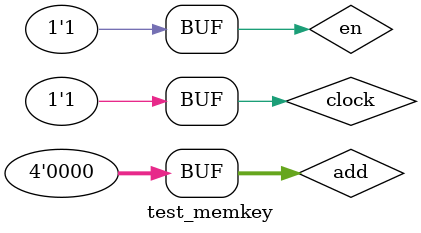
<source format=v>
`timescale 1ns / 1ps


module test_memkey;

	// Inputs
	reg [3:0] add;
	reg clock;
	reg en;

	// Outputs
	wire [127:0] dout;

	// Instantiate the Unit Under Test (UUT)
	keymem uut (
		.dout(dout), 
		.add(add), 
		.clock(clock), 
		.en(en)
	);
	
	always begin
		clock = 0;
		#10;
		clock = 1;
		#10;
	end
	

	initial begin
		// Initialize Inputs
		add = 0;
		en = 1;
		
      #20 add = add + 1; 
		#20 add = add + 1;
		#20 add = add + 1;
		#20 add = add + 1;
		#20 add = add + 1;
		#20 add = add + 1;
		#20 add = add + 1;
		#20 add = add + 1;

		#20 add = add + 1; 
		#20 add = add + 1;
		#20 add = add + 1;
		#20 add = add + 1;
		#20 add = add + 1;
		#20 add = add + 1;
		#20 add = add + 1;
		#20 add = add + 1;

	end
      
endmodule


</source>
